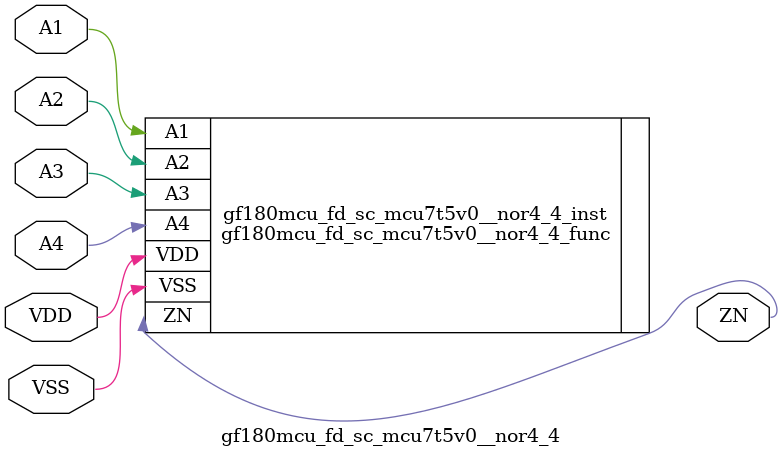
<source format=v>

module gf180mcu_fd_sc_mcu7t5v0__nor4_4( A4, A3, ZN, A2, A1, VDD, VSS );
input A1, A2, A3, A4;
inout VDD, VSS;
output ZN;

   `ifdef FUNCTIONAL  //  functional //

	gf180mcu_fd_sc_mcu7t5v0__nor4_4_func gf180mcu_fd_sc_mcu7t5v0__nor4_4_behav_inst(.A4(A4),.A3(A3),.ZN(ZN),.A2(A2),.A1(A1),.VDD(VDD),.VSS(VSS));

   `else

	gf180mcu_fd_sc_mcu7t5v0__nor4_4_func gf180mcu_fd_sc_mcu7t5v0__nor4_4_inst(.A4(A4),.A3(A3),.ZN(ZN),.A2(A2),.A1(A1),.VDD(VDD),.VSS(VSS));

	// spec_gates_begin


	// spec_gates_end



   specify

	// specify_block_begin

	// comb arc A1 --> ZN
	 (A1 => ZN) = (1.0,1.0);

	// comb arc A2 --> ZN
	 (A2 => ZN) = (1.0,1.0);

	// comb arc A3 --> ZN
	 (A3 => ZN) = (1.0,1.0);

	// comb arc A4 --> ZN
	 (A4 => ZN) = (1.0,1.0);

	// specify_block_end

   endspecify

   `endif

endmodule

</source>
